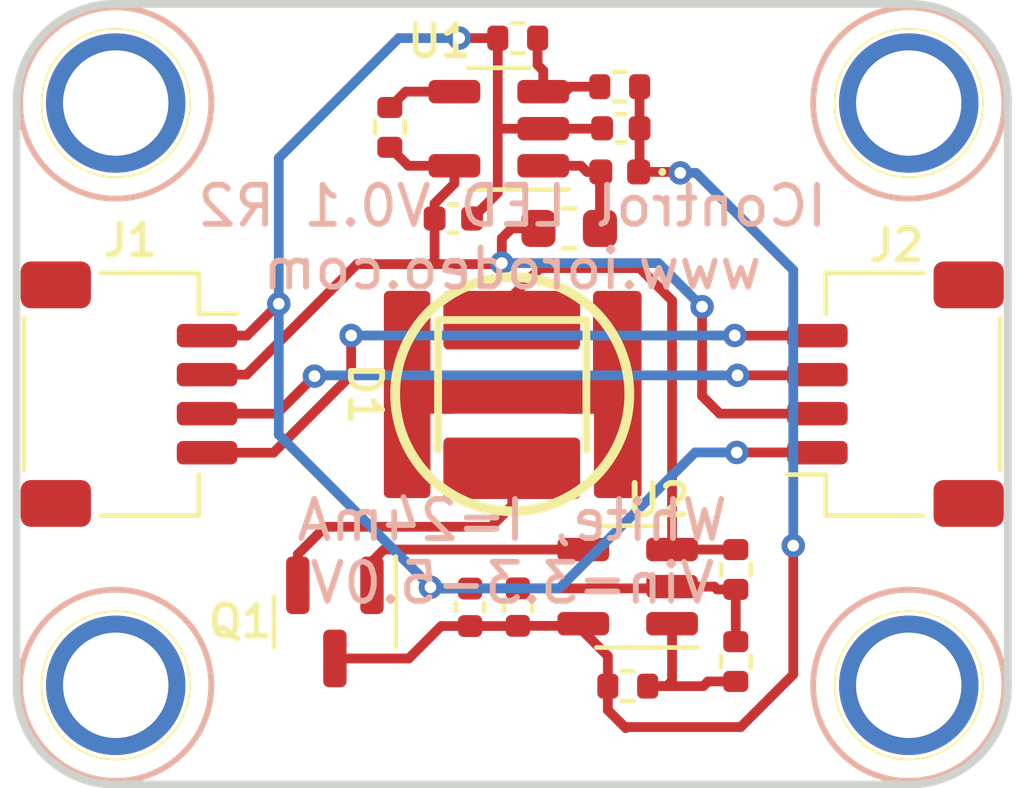
<source format=kicad_pcb>
(kicad_pcb (version 20221018) (generator pcbnew)
  (layers (0 "F.Cu" signal) (31 "B.Cu" signal) (34 "B.Paste" user) (35 "F.Paste" user) (36 "B.SilkS" user "B.Silkscreen") (37 "F.SilkS" user "F.Silkscreen") (38 "B.Mask" user) (39 "F.Mask" user) (44 "Edge.Cuts" user))
  (net 0 "")
  (net 1 "GND")
  (net 2 "/VIN")
  (net 3 "/10V")
  (net 4 "/SCL")
  (net 5 "/SDA")
  (net 6 "Net-(D2-A)")
  (net 7 "Net-(D1-K)")
  (net 8 "Net-(D1-A)")
  (net 9 "Net-(Q1-B)")
  (net 10 "/Vset")
  (net 11 "Net-(U1-~{SHDN})")
  (net 12 "Net-(U1-FB)")
  (net 13 "unconnected-(D1-PAD-Pad3)")
  (footprint "custom_mount_hole:MountingHole_2.5mm_Pad" (layer "F.Cu") (at 52.54 52.54)
    (fp_text reference "M1" hide)
    (fp_text value "MountingHole_2.5mm_Pad" hide)
    (fp_circle (center 0 0) (end 2.45 0) (stroke (width 0.15)) (fill none) (layer "B.SilkS"))
    (fp_circle (center 0 0) (end 1.9 0) (stroke (width 0.05)) (fill none) (layer "F.SilkS"))
    (fp_circle (center 0 0) (end 2.45 0) (stroke (width 0.15)) (fill none) (layer "F.SilkS"))
    (pad "~" thru_hole circle (at 0 0) (size 3.57 3.57) (drill 2.7) (layers "*.Cu" "*.Mask"))
  )
  (footprint "custom_mount_hole:MountingHole_2.5mm_Pad" (layer "F.Cu") (at 72.86 52.54)
    (fp_text reference "M2" hide)
    (fp_text value "MountingHole_2.5mm_Pad" hide)
    (fp_circle (center 0 0) (end 2.45 0) (stroke (width 0.15)) (fill none) (layer "B.SilkS"))
    (fp_circle (center 0 0) (end 1.9 0) (stroke (width 0.05)) (fill none) (layer "F.SilkS"))
    (fp_circle (center 0 0) (end 2.45 0) (stroke (width 0.15)) (fill none) (layer "F.SilkS"))
    (pad "~" thru_hole circle (at 0 0) (size 3.57 3.57) (drill 2.7) (layers "*.Cu" "*.Mask"))
  )
  (footprint "custom_mount_hole:MountingHole_2.5mm_Pad" (layer "F.Cu") (at 72.86 67.46)
    (fp_text reference "M3" hide)
    (fp_text value "MountingHole_2.5mm_Pad" hide)
    (fp_circle (center 0 0) (end 2.45 0) (stroke (width 0.15)) (fill none) (layer "B.SilkS"))
    (fp_circle (center 0 0) (end 1.9 0) (stroke (width 0.05)) (fill none) (layer "F.SilkS"))
    (fp_circle (center 0 0) (end 2.45 0) (stroke (width 0.15)) (fill none) (layer "F.SilkS"))
    (pad "~" thru_hole circle (at 0 0) (size 3.57 3.57) (drill 2.7) (layers "*.Cu" "*.Mask"))
  )
  (footprint "custom_mount_hole:MountingHole_2.5mm_Pad" (layer "F.Cu") (at 52.54 67.46)
    (fp_text reference "M4" hide)
    (fp_text value "MountingHole_2.5mm_Pad" hide)
    (fp_circle (center 0 0) (end 2.45 0) (stroke (width 0.15)) (fill none) (layer "B.SilkS"))
    (fp_circle (center 0 0) (end 1.9 0) (stroke (width 0.05)) (fill none) (layer "F.SilkS"))
    (fp_circle (center 0 0) (end 2.45 0) (stroke (width 0.15)) (fill none) (layer "F.SilkS"))
    (pad "~" thru_hole circle (at 0 0) (size 3.57 3.57) (drill 2.7) (layers "*.Cu" "*.Mask"))
  )
  (footprint "LED_1414:LED_1414" (layer "F.Cu") (at 62.7 60 -90)
    (fp_text reference "D1" (at -0.0052 3.772 -90 unlocked) (layer "F.SilkS") (effects (font (size 0.8 0.8))))
    (fp_text value "LED_Pad" hide)
    (fp_line (start -1.9 -1.9) (end -1.9 1.9) (stroke (width 0.2)) (layer "F.SilkS"))
    (fp_line (start -1.9 -1.9) (end 1.425 -1.9) (stroke (width 0.2)) (layer "F.SilkS"))
    (fp_line (start -1.9 1.9) (end 1.425 1.9) (stroke (width 0.2)) (layer "F.SilkS"))
    (pad "1" smd rect (at -1.425 0 270) (size 0.55 3.4) (layers "F.Cu" "F.Paste" "F.Mask") (net 7 "Net-(D1-K)"))
    (pad "2" smd rect (at 1.425 0 270) (size 0.55 3.4) (layers "F.Cu" "F.Paste" "F.Mask") (net 8 "Net-(D1-A)"))
    (pad "3" smd rect (at 0 0 270) (size 1 3.4) (layers "F.Cu" "F.Paste" "F.Mask") (net 13 "unconnected-(D1-PAD-Pad3)"))
  )
  (footprint "JST_SH_SM04B_custom:JST_SH_SM04B-SRSS-TB_1x04-1MP_P1.00mm_Horizontal" (layer "F.Cu") (at 52.88 60 -90)
    (fp_text reference "J1" (at -3.9422 -0.0298) (layer "F.SilkS") (effects (font (size 0.8 0.8))))
    (fp_text value "Conn_01x04" hide)
    (fp_line (start -3.11 -1.785) (end -2.06 -1.785) (stroke (width 0.12)) (layer "F.SilkS"))
    (fp_line (start -3.11 0.715) (end -3.11 -1.785) (stroke (width 0.12)) (layer "F.SilkS"))
    (fp_line (start -2.06 -1.785) (end -2.06 -2.775) (stroke (width 0.12)) (layer "F.SilkS"))
    (fp_line (start -1.94 2.685) (end 1.94 2.685) (stroke (width 0.12)) (layer "F.SilkS"))
    (fp_line (start 3.11 -1.785) (end 2.06 -1.785) (stroke (width 0.12)) (layer "F.SilkS"))
    (fp_line (start 3.11 0.715) (end 3.11 -1.785) (stroke (width 0.12)) (layer "F.SilkS"))
    (pad "1" smd roundrect (at -1.5 -2 270) (size 0.6 1.55) (layers "F.Cu" "F.Paste" "F.Mask") (net 1 "GND"))
    (pad "2" smd roundrect (at -0.5 -2 270) (size 0.6 1.55) (layers "F.Cu" "F.Paste" "F.Mask") (net 2 "/VIN"))
    (pad "3" smd roundrect (at 0.5 -2 270) (size 0.6 1.55) (layers "F.Cu" "F.Paste" "F.Mask") (net 5 "/SDA"))
    (pad "4" smd roundrect (at 1.5 -2 270) (size 0.6 1.55) (layers "F.Cu" "F.Paste" "F.Mask") (net 4 "/SCL"))
    (pad "MP" smd roundrect (at -2.8 1.875 270) (size 1.2 1.8) (layers "F.Cu" "F.Paste" "F.Mask") (roundrect_rratio 0.2083333333))
    (pad "MP" smd roundrect (at 2.8 1.875 270) (size 1.2 1.8) (layers "F.Cu" "F.Paste" "F.Mask") (roundrect_rratio 0.2083333333))
  )
  (footprint "JST_SH_SM04B_custom:JST_SH_SM04B-SRSS-TB_1x04-1MP_P1.00mm_Horizontal" (layer "F.Cu") (at 72.52 60 90)
    (fp_text reference "J2" (at 3.8152 0.0208 180) (layer "F.SilkS") (effects (font (size 0.8 0.8))))
    (fp_text value "Conn_01x04" hide)
    (fp_line (start -3.11 -1.785) (end -2.06 -1.785) (stroke (width 0.12)) (layer "F.SilkS"))
    (fp_line (start -3.11 0.715) (end -3.11 -1.785) (stroke (width 0.12)) (layer "F.SilkS"))
    (fp_line (start -2.06 -1.785) (end -2.06 -2.775) (stroke (width 0.12)) (layer "F.SilkS"))
    (fp_line (start -1.94 2.685) (end 1.94 2.685) (stroke (width 0.12)) (layer "F.SilkS"))
    (fp_line (start 3.11 -1.785) (end 2.06 -1.785) (stroke (width 0.12)) (layer "F.SilkS"))
    (fp_line (start 3.11 0.715) (end 3.11 -1.785) (stroke (width 0.12)) (layer "F.SilkS"))
    (pad "1" smd roundrect (at -1.5 -2 90) (size 0.6 1.55) (layers "F.Cu" "F.Paste" "F.Mask") (net 1 "GND"))
    (pad "2" smd roundrect (at -0.5 -2 90) (size 0.6 1.55) (layers "F.Cu" "F.Paste" "F.Mask") (net 2 "/VIN"))
    (pad "3" smd roundrect (at 0.5 -2 90) (size 0.6 1.55) (layers "F.Cu" "F.Paste" "F.Mask") (net 5 "/SDA"))
    (pad "4" smd roundrect (at 1.5 -2 90) (size 0.6 1.55) (layers "F.Cu" "F.Paste" "F.Mask") (net 4 "/SCL"))
    (pad "MP" smd roundrect (at -2.8 1.875 90) (size 1.2 1.8) (layers "F.Cu" "F.Paste" "F.Mask") (roundrect_rratio 0.2083333333))
    (pad "MP" smd roundrect (at 2.8 1.875 90) (size 1.2 1.8) (layers "F.Cu" "F.Paste" "F.Mask") (roundrect_rratio 0.2083333333))
  )
  (footprint "Resistor_SMD:R_0402_1005Metric" (layer "F.Cu") (at 68.4276 64.4926 -90)
    (fp_text reference "R1" hide)
    (fp_text value "10" hide)
    (fp_line (start -0.153641 -0.38) (end 0.153641 -0.38) (stroke (width 0.12)) (layer "F.SilkS"))
    (fp_line (start -0.153641 0.38) (end 0.153641 0.38) (stroke (width 0.12)) (layer "F.SilkS"))
    (pad "1" smd roundrect (at -0.51 0 270) (size 0.54 0.64) (layers "F.Cu" "F.Paste" "F.Mask") (net 7 "Net-(D1-K)"))
    (pad "2" smd roundrect (at 0.51 0 270) (size 0.54 0.64) (layers "F.Cu" "F.Paste" "F.Mask") (net 1 "GND"))
  )
  (footprint "Resistor_SMD:R_0402_1005Metric" (layer "F.Cu") (at 62.8396 50.8762 180)
    (fp_text reference "R6" hide)
    (fp_text value "2k" hide)
    (fp_line (start -0.153641 -0.38) (end 0.153641 -0.38) (stroke (width 0.12)) (layer "F.SilkS"))
    (fp_line (start -0.153641 0.38) (end 0.153641 0.38) (stroke (width 0.12)) (layer "F.SilkS"))
    (pad "1" smd roundrect (at -0.51 0 180) (size 0.54 0.64) (layers "F.Cu" "F.Paste" "F.Mask") (net 12 "Net-(U1-FB)"))
    (pad "2" smd roundrect (at 0.51 0 180) (size 0.54 0.64) (layers "F.Cu" "F.Paste" "F.Mask") (net 1 "GND"))
  )
  (footprint "Resistor_SMD:R_0402_1005Metric" (layer "F.Cu") (at 59.563 53.1642 90)
    (fp_text reference "R4" hide)
    (fp_text value "14k" hide)
    (fp_line (start -0.153641 -0.38) (end 0.153641 -0.38) (stroke (width 0.12)) (layer "F.SilkS"))
    (fp_line (start -0.153641 0.38) (end 0.153641 0.38) (stroke (width 0.12)) (layer "F.SilkS"))
    (pad "1" smd roundrect (at -0.51 0 90) (size 0.54 0.64) (layers "F.Cu" "F.Paste" "F.Mask") (net 2 "/VIN"))
    (pad "2" smd roundrect (at 0.51 0 90) (size 0.54 0.64) (layers "F.Cu" "F.Paste" "F.Mask") (net 11 "Net-(U1-~{SHDN})"))
  )
  (footprint "Package_TO_SOT_SMD:SOT-23-5" (layer "F.Cu") (at 65.6577 64.931 180)
    (fp_text reference "U2" (at -0.7887 2.2184) (layer "F.SilkS") (effects (font (size 0.8 0.8) (thickness 0.15) bold)))
    (fp_text value "LMV321")
    (fp_line (start 0 -1.56) (end -1.8 -1.56) (stroke (width 0.12)) (layer "F.SilkS"))
    (fp_line (start 0 -1.56) (end 0.8 -1.56) (stroke (width 0.12)) (layer "F.SilkS"))
    (fp_line (start 0 1.56) (end -0.8 1.56) (stroke (width 0.12)) (layer "F.SilkS"))
    (fp_line (start 0 1.56) (end 0.8 1.56) (stroke (width 0.12)) (layer "F.SilkS"))
    (pad "1" smd roundrect (at -1.1375 -0.95 180) (size 1.325 0.6) (layers "F.Cu" "F.Paste" "F.Mask") (net 10 "/Vset"))
    (pad "2" smd roundrect (at -1.1375 0 180) (size 1.325 0.6) (layers "F.Cu" "F.Paste" "F.Mask") (net 1 "GND"))
    (pad "3" smd roundrect (at -1.1375 0.95 180) (size 1.325 0.6) (layers "F.Cu" "F.Paste" "F.Mask") (net 7 "Net-(D1-K)"))
    (pad "4" smd roundrect (at 1.1375 0.95 180) (size 1.325 0.6) (layers "F.Cu" "F.Paste" "F.Mask") (net 9 "Net-(Q1-B)"))
    (pad "5" smd roundrect (at 1.1375 -0.95 180) (size 1.325 0.6) (layers "F.Cu" "F.Paste" "F.Mask") (net 3 "/10V"))
  )
  (footprint "Capacitor_SMD:C_0402_1005Metric" (layer "F.Cu") (at 62.8452 65.456 90)
    (fp_text reference "C3" hide)
    (fp_text value "0.1uF" hide)
    (fp_line (start -0.107836 -0.36) (end 0.107836 -0.36) (stroke (width 0.12)) (layer "F.SilkS"))
    (fp_line (start -0.107836 0.36) (end 0.107836 0.36) (stroke (width 0.12)) (layer "F.SilkS"))
    (pad "1" smd roundrect (at -0.48 0 90) (size 0.56 0.62) (layers "F.Cu" "F.Paste" "F.Mask") (net 3 "/10V"))
    (pad "2" smd roundrect (at 0.48 0 90) (size 0.56 0.62) (layers "F.Cu" "F.Paste" "F.Mask") (net 1 "GND"))
  )
  (footprint "Resistor_SMD:R_0402_1005Metric" (layer "F.Cu") (at 68.4276 66.8508 90)
    (fp_text reference "R3" hide)
    (fp_text value "590" hide)
    (fp_line (start -0.153641 -0.38) (end 0.153641 -0.38) (stroke (width 0.12)) (layer "F.SilkS"))
    (fp_line (start -0.153641 0.38) (end 0.153641 0.38) (stroke (width 0.12)) (layer "F.SilkS"))
    (pad "1" smd roundrect (at -0.51 0 90) (size 0.54 0.64) (layers "F.Cu" "F.Paste" "F.Mask") (net 10 "/Vset"))
    (pad "2" smd roundrect (at 0.51 0 90) (size 0.54 0.64) (layers "F.Cu" "F.Paste" "F.Mask") (net 1 "GND"))
  )
  (footprint "Inductor_SMD:L_0603_1608Metric" (layer "F.Cu") (at 64.1604 55.753)
    (fp_text reference "L1" hide)
    (fp_text value "22uF" hide)
    (fp_line (start -0.162779 -0.51) (end 0.162779 -0.51) (stroke (width 0.12)) (layer "F.SilkS"))
    (fp_line (start -0.162779 0.51) (end 0.162779 0.51) (stroke (width 0.12)) (layer "F.SilkS"))
    (pad "1" smd roundrect (at -0.7875 0) (size 0.875 0.95) (layers "F.Cu" "F.Paste" "F.Mask") (net 2 "/VIN"))
    (pad "2" smd roundrect (at 0.7875 0) (size 0.875 0.95) (layers "F.Cu" "F.Paste" "F.Mask") (net 6 "Net-(D2-A)"))
  )
  (footprint "Resistor_SMD:R_0402_1005Metric" (layer "F.Cu") (at 65.6602 67.481)
    (fp_text reference "R2" hide)
    (fp_text value "24k" hide)
    (fp_line (start -0.153641 -0.38) (end 0.153641 -0.38) (stroke (width 0.12)) (layer "F.SilkS"))
    (fp_line (start -0.153641 0.38) (end 0.153641 0.38) (stroke (width 0.12)) (layer "F.SilkS"))
    (pad "1" smd roundrect (at -0.51 0) (size 0.54 0.64) (layers "F.Cu" "F.Paste" "F.Mask") (net 3 "/10V"))
    (pad "2" smd roundrect (at 0.51 0) (size 0.54 0.64) (layers "F.Cu" "F.Paste" "F.Mask") (net 10 "/Vset"))
  )
  (footprint "Capacitor_SMD:C_0402_1005Metric" (layer "F.Cu") (at 61.1912 55.499 180)
    (fp_text reference "C1" hide)
    (fp_text value "1uF" hide)
    (fp_line (start -0.107836 -0.36) (end 0.107836 -0.36) (stroke (width 0.12)) (layer "F.SilkS"))
    (fp_line (start -0.107836 0.36) (end 0.107836 0.36) (stroke (width 0.12)) (layer "F.SilkS"))
    (pad "1" smd roundrect (at -0.48 0 180) (size 0.56 0.62) (layers "F.Cu" "F.Paste" "F.Mask") (net 1 "GND"))
    (pad "2" smd roundrect (at 0.48 0 180) (size 0.56 0.62) (layers "F.Cu" "F.Paste" "F.Mask") (net 2 "/VIN"))
  )
  (footprint "Capacitor_SMD:C_0402_1005Metric" (layer "F.Cu") (at 61.6202 65.461 90)
    (fp_text reference "C4" hide)
    (fp_text value "1uF" hide)
    (fp_line (start -0.107836 -0.36) (end 0.107836 -0.36) (stroke (width 0.12)) (layer "F.SilkS"))
    (fp_line (start -0.107836 0.36) (end 0.107836 0.36) (stroke (width 0.12)) (layer "F.SilkS"))
    (pad "1" smd roundrect (at -0.48 0 90) (size 0.56 0.62) (layers "F.Cu" "F.Paste" "F.Mask") (net 3 "/10V"))
    (pad "2" smd roundrect (at 0.48 0 90) (size 0.56 0.62) (layers "F.Cu" "F.Paste" "F.Mask") (net 1 "GND"))
  )
  (footprint "Capacitor_SMD:C_0402_1005Metric" (layer "F.Cu") (at 65.4838 53.1876)
    (fp_text reference "C2" hide)
    (fp_text value "1uF" hide)
    (fp_line (start -0.107836 -0.36) (end 0.107836 -0.36) (stroke (width 0.12)) (layer "F.SilkS"))
    (fp_line (start -0.107836 0.36) (end 0.107836 0.36) (stroke (width 0.12)) (layer "F.SilkS"))
    (pad "1" smd roundrect (at -0.48 0) (size 0.56 0.62) (layers "F.Cu" "F.Paste" "F.Mask") (net 1 "GND"))
    (pad "2" smd roundrect (at 0.48 0) (size 0.56 0.62) (layers "F.Cu" "F.Paste" "F.Mask") (net 3 "/10V"))
  )
  (footprint "Package_TO_SOT_SMD:SOT-23" (layer "F.Cu") (at 58.1558 65.8345 -90)
    (fp_text reference "Q1" (at -0.0125 2.425 -180) (layer "F.SilkS") (effects (font (size 0.8 0.8) (thickness 0.15) bold)))
    (fp_text value "MMBT5551L" hide)
    (fp_line (start 0 -1.56) (end -1.675 -1.56) (stroke (width 0.12)) (layer "F.SilkS"))
    (fp_line (start 0 -1.56) (end 0.65 -1.56) (stroke (width 0.12)) (layer "F.SilkS"))
    (fp_line (start 0 1.56) (end -0.65 1.56) (stroke (width 0.12)) (layer "F.SilkS"))
    (fp_line (start 0 1.56) (end 0.65 1.56) (stroke (width 0.12)) (layer "F.SilkS"))
    (pad "1" smd roundrect (at -0.9375 -0.95 270) (size 1.475 0.6) (layers "F.Cu" "F.Paste" "F.Mask") (net 9 "Net-(Q1-B)"))
    (pad "2" smd roundrect (at -0.9375 0.95 270) (size 1.475 0.6) (layers "F.Cu" "F.Paste" "F.Mask") (net 8 "Net-(D1-A)"))
    (pad "3" smd roundrect (at 0.9375 0 270) (size 1.475 0.6) (layers "F.Cu" "F.Paste" "F.Mask") (net 3 "/10V"))
  )
  (footprint "Diode_SMD:D_0402_1005Metric" (layer "F.Cu") (at 65.4542 54.3052 180)
    (fp_text reference "D2" hide)
    (fp_text value "D_Schottky" hide)
    (fp_circle (center -1.09 0) (end -1.04 0) (stroke (width 0.1)) (fill none) (layer "F.SilkS"))
    (pad "1" smd roundrect (at -0.485 0 180) (size 0.59 0.64) (layers "F.Cu" "F.Paste" "F.Mask") (net 3 "/10V"))
    (pad "2" smd roundrect (at 0.485 0 180) (size 0.59 0.64) (layers "F.Cu" "F.Paste" "F.Mask") (net 6 "Net-(D2-A)"))
  )
  (footprint "Resistor_SMD:R_0402_1005Metric" (layer "F.Cu") (at 65.4538 52.1208 180)
    (fp_text reference "R5" hide)
    (fp_text value "14k" hide)
    (fp_line (start -0.153641 -0.38) (end 0.153641 -0.38) (stroke (width 0.12)) (layer "F.SilkS"))
    (fp_line (start -0.153641 0.38) (end 0.153641 0.38) (stroke (width 0.12)) (layer "F.SilkS"))
    (pad "1" smd roundrect (at -0.51 0 180) (size 0.54 0.64) (layers "F.Cu" "F.Paste" "F.Mask") (net 3 "/10V"))
    (pad "2" smd roundrect (at 0.51 0 180) (size 0.54 0.64) (layers "F.Cu" "F.Paste" "F.Mask") (net 12 "Net-(U1-FB)"))
  )
  (footprint "Package_TO_SOT_SMD:SOT-23-5" (layer "F.Cu") (at 62.3565 53.1978 180)
    (fp_text reference "U1" (at 1.5235 2.2454 180) (layer "F.SilkS") (effects (font (size 0.8 0.8))))
    (fp_text value "AP3012" hide)
    (fp_line (start 0 -1.56) (end -1.8 -1.56) (stroke (width 0.12)) (layer "F.SilkS"))
    (fp_line (start 0 -1.56) (end 0.8 -1.56) (stroke (width 0.12)) (layer "F.SilkS"))
    (fp_line (start 0 1.56) (end -0.8 1.56) (stroke (width 0.12)) (layer "F.SilkS"))
    (fp_line (start 0 1.56) (end 0.8 1.56) (stroke (width 0.12)) (layer "F.SilkS"))
    (pad "1" smd roundrect (at -1.1375 -0.95 180) (size 1.325 0.6) (layers "F.Cu" "F.Paste" "F.Mask") (net 6 "Net-(D2-A)"))
    (pad "2" smd roundrect (at -1.1375 0 180) (size 1.325 0.6) (layers "F.Cu" "F.Paste" "F.Mask") (net 1 "GND"))
    (pad "3" smd roundrect (at -1.1375 0.95 180) (size 1.325 0.6) (layers "F.Cu" "F.Paste" "F.Mask") (net 12 "Net-(U1-FB)"))
    (pad "4" smd roundrect (at 1.1375 0.95 180) (size 1.325 0.6) (layers "F.Cu" "F.Paste" "F.Mask") (net 11 "Net-(U1-~{SHDN})"))
    (pad "5" smd roundrect (at 1.1375 -0.95 180) (size 1.325 0.6) (layers "F.Cu" "F.Paste" "F.Mask") (net 2 "/VIN"))
  )
  (gr_circle (center 62.7 60) (end 65.7 60) (stroke (width 0.25)) (fill none) (layer "F.SilkS"))
  (gr_arc (start 72.9 50) (mid 74.667767 50.732233) (end 75.4 52.5) (stroke (width 0.2)) (layer "Edge.Cuts"))
  (gr_arc (start 52.5 70) (mid 50.732233 69.267767) (end 50 67.5) (stroke (width 0.2)) (layer "Edge.Cuts"))
  (gr_line (start 52.5 50) (end 72.9 50) (stroke (width 0.2)) (layer "Edge.Cuts"))
  (gr_arc (start 50 52.5) (mid 50.732233 50.732233) (end 52.5 50) (stroke (width 0.2)) (layer "Edge.Cuts"))
  (gr_arc (start 75.4 67.5) (mid 74.667767 69.267767) (end 72.9 70) (stroke (width 0.2)) (layer "Edge.Cuts"))
  (gr_line (start 50 52.5) (end 50 67.5) (stroke (width 0.2)) (layer "Edge.Cuts"))
  (gr_line (start 52.5 70) (end 72.9 70) (stroke (width 0.2)) (layer "Edge.Cuts"))
  (gr_line (start 75.4 52.5) (end 75.4 67.5) (stroke (width 0.2)) (layer "Edge.Cuts"))
  (gr_text "IControl LED V0.1 R2\nwww.iorodeo.com\n\n\n\nWhite, I=24mA\nVin=3.3-5.0V" (at 62.7 60.01) (layer "B.SilkS") (effects (font (size 1 1)) (justify mirror)))
  (segment (start 62.3296 54.8406) (end 61.6712 55.499) (width 0.25) (layer "F.Cu") (net 1))
  (segment (start 68.4276 65.0026) (end 68.4276 66.3408) (width 0.25) (layer "F.Cu") (net 1))
  (segment (start 60.6376 64.981) (end 61.6202 64.981) (width 0.25) (layer "F.Cu") (net 1))
  (segment (start 62.8452 64.976) (end 61.6252 64.976) (width 0.25) (layer "F.Cu") (net 1))
  (segment (start 68.4276 65.0026) (end 67.949 65.0026) (width 0.25) (layer "F.Cu") (net 1))
  (segment (start 70.3134 61.4934) (end 70.32 61.5) (width 0.25) (layer "F.Cu") (net 1))
  (segment (start 62.8452 64.976) (end 63.9452 64.976) (width 0.25) (layer "F.Cu") (net 1))
  (segment (start 67.949 65.0026) (end 67.8774 64.931) (width 0.25) (layer "F.Cu") (net 1))
  (segment (start 68.453 61.4934) (end 70.4134 61.4934) (width 0.25) (layer "F.Cu") (net 1))
  (segment (start 62.3296 53.1876) (end 62.3296 54.8406) (width 0.25) (layer "F.Cu") (net 1))
  (segment (start 62.3296 50.8762) (end 62.3296 53.1876) (width 0.25) (layer "F.Cu") (net 1))
  (segment (start 70.4134 61.4934) (end 70.42 61.5) (width 0.25) (layer "F.Cu") (net 1))
  (segment (start 64.9936 53.1978) (end 65.0038 53.1876) (width 0.25) (layer "F.Cu") (net 1))
  (segment (start 70.7684 61.4934) (end 70.775 61.5) (width 0.25) (layer "F.Cu") (net 1))
  (segment (start 62.3398 53.1978) (end 62.3296 53.1876) (width 0.25) (layer "F.Cu") (net 1))
  (segment (start 70.3634 61.4934) (end 70.37 61.5) (width 0.25) (layer "F.Cu") (net 1))
  (segment (start 66.7502 64.976) (end 66.7952 64.931) (width 0.25) (layer "F.Cu") (net 1))
  (segment (start 55.9016 58.5) (end 54.98 58.5) (width 0.25) (layer "F.Cu") (net 1))
  (segment (start 67.8774 64.931) (end 66.7952 64.931) (width 0.25) (layer "F.Cu") (net 1))
  (segment (start 56.7182 57.6834) (end 55.9016 58.5) (width 0.25) (layer "F.Cu") (net 1))
  (segment (start 63.9452 64.976) (end 66.7502 64.976) (width 0.25) (layer "F.Cu") (net 1))
  (segment (start 63.494 53.1978) (end 64.9936 53.1978) (width 0.25) (layer "F.Cu") (net 1))
  (segment (start 61.341 50.8762) (end 62.3296 50.8762) (width 0.25) (layer "F.Cu") (net 1))
  (segment (start 60.6044 64.9478) (end 60.6376 64.981) (width 0.25) (layer "F.Cu") (net 1))
  (segment (start 61.6252 64.976) (end 61.6202 64.981) (width 0.25) (layer "F.Cu") (net 1))
  (segment (start 63.494 53.1978) (end 62.3398 53.1978) (width 0.25) (layer "F.Cu") (net 1))
  (via (at 60.6044 64.9478) (size 0.6) (drill 0.3) (layers "F.Cu" "B.Cu") (net 1))
  (via (at 56.7182 57.6834) (size 0.6) (drill 0.3) (layers "F.Cu" "B.Cu") (net 1))
  (via (at 61.341 50.8762) (size 0.6) (drill 0.3) (layers "F.Cu" "B.Cu") (net 1))
  (via (at 68.453 61.4934) (size 0.6) (drill 0.3) (layers "F.Cu" "B.Cu") (net 1))
  (segment (start 60.6298 64.9732) (end 63.9064 64.9732) (width 0.25) (layer "B.Cu") (net 1))
  (segment (start 56.7182 57.6834) (end 56.7182 61.0362) (width 0.25) (layer "B.Cu") (net 1))
  (segment (start 56.7182 61.0362) (end 60.6044 64.9224) (width 0.25) (layer "B.Cu") (net 1))
  (segment (start 60.6044 64.9478) (end 60.6298 64.9732) (width 0.25) (layer "B.Cu") (net 1))
  (segment (start 56.7182 53.9496) (end 59.7916 50.8762) (width 0.25) (layer "B.Cu") (net 1))
  (segment (start 60.6044 64.9224) (end 60.6044 64.9478) (width 0.25) (layer "B.Cu") (net 1))
  (segment (start 59.7916 50.8762) (end 61.341 50.8762) (width 0.25) (layer "B.Cu") (net 1))
  (segment (start 63.9064 64.9732) (end 67.3862 61.4934) (width 0.25) (layer "B.Cu") (net 1))
  (segment (start 56.7182 57.6834) (end 56.7182 53.9496) (width 0.25) (layer "B.Cu") (net 1))
  (segment (start 67.3862 61.4934) (end 68.453 61.4934) (width 0.25) (layer "B.Cu") (net 1))
  (segment (start 60.0366 54.1478) (end 59.563 53.6742) (width 0.25) (layer "F.Cu") (net 2))
  (segment (start 67.564 57.758204) (end 67.564 60.0456) (width 0.25) (layer "F.Cu") (net 2))
  (segment (start 61.219 54.605) (end 60.7112 55.1128) (width 0.25) (layer "F.Cu") (net 2))
  (segment (start 62.4078 56.6674) (end 62.4332 56.642) (width 0.25) (layer "F.Cu") (net 2))
  (segment (start 58.7248 56.6674) (end 60.706 56.6674) (width 0.25) (layer "F.Cu") (net 2))
  (segment (start 68.0184 60.5) (end 70.42 60.5) (width 0.25) (layer "F.Cu") (net 2))
  (segment (start 60.706 56.6674) (end 62.4078 56.6674) (width 0.25) (layer "F.Cu") (net 2))
  (segment (start 62.6872 55.753) (end 63.3729 55.753) (width 0.25) (layer "F.Cu") (net 2))
  (segment (start 61.219 54.1478) (end 61.219 54.605) (width 0.25) (layer "F.Cu") (net 2))
  (segment (start 61.219 54.1478) (end 60.0366 54.1478) (width 0.25) (layer "F.Cu") (net 2))
  (segment (start 60.7112 56.6622) (end 60.706 56.6674) (width 0.25) (layer "F.Cu") (net 2))
  (segment (start 67.564 60.0456) (end 68.0184 60.5) (width 0.25) (layer "F.Cu") (net 2))
  (segment (start 62.4332 56.007) (end 62.4332 56.642) (width 0.25) (layer "F.Cu") (net 2))
  (segment (start 54.88 59.5) (end 55.8922 59.5) (width 0.25) (layer "F.Cu") (net 2))
  (segment (start 62.6872 55.753) (end 62.4332 56.007) (width 0.25) (layer "F.Cu") (net 2))
  (segment (start 60.7112 55.499) (end 60.7112 56.6622) (width 0.25) (layer "F.Cu") (net 2))
  (segment (start 60.7112 55.1128) (end 60.7112 55.499) (width 0.25) (layer "F.Cu") (net 2))
  (segment (start 55.8922 59.5) (end 58.7248 56.6674) (width 0.25) (layer "F.Cu") (net 2))
  (via (at 67.564 57.758204) (size 0.6) (drill 0.3) (layers "F.Cu" "B.Cu") (net 2))
  (via (at 62.4332 56.642) (size 0.6) (drill 0.3) (layers "F.Cu" "B.Cu") (net 2))
  (segment (start 66.447796 56.642) (end 67.564 57.758204) (width 0.25) (layer "B.Cu") (net 2))
  (segment (start 62.4332 56.642) (end 66.447796 56.642) (width 0.25) (layer "B.Cu") (net 2))
  (segment (start 64.5202 65.881) (end 64.5202 66.081) (width 0.25) (layer "F.Cu") (net 3))
  (segment (start 62.8402 65.941) (end 62.8452 65.936) (width 0.25) (layer "F.Cu") (net 3))
  (segment (start 63.5452 65.936) (end 64.4652 65.936) (width 0.25) (layer "F.Cu") (net 3))
  (segment (start 65.6082 68.5546) (end 65.1502 68.0966) (width 0.25) (layer "F.Cu") (net 3))
  (segment (start 65.9392 54.3052) (end 66.9798 54.3052) (width 0.25) (layer "F.Cu") (net 3))
  (segment (start 65.9638 52.1208) (end 65.9638 53.1876) (width 0.25) (layer "F.Cu") (net 3))
  (segment (start 58.1558 66.772) (end 60.0502 66.772) (width 0.25) (layer "F.Cu") (net 3))
  (segment (start 62.8452 65.936) (end 63.5452 65.936) (width 0.25) (layer "F.Cu") (net 3))
  (segment (start 60.8812 65.941) (end 61.6202 65.941) (width 0.25) (layer "F.Cu") (net 3))
  (segment (start 68.5546 68.5292) (end 65.6336 68.5292) (width 0.25) (layer "F.Cu") (net 3))
  (segment (start 66.9798 54.3052) (end 67.0052 54.3306) (width 0.25) (layer "F.Cu") (net 3))
  (segment (start 65.1502 66.711) (end 65.1502 67.481) (width 0.25) (layer "F.Cu") (net 3))
  (segment (start 65.9638 53.1876) (end 65.9638 54.2806) (width 0.25) (layer "F.Cu") (net 3))
  (segment (start 64.5202 66.081) (end 65.1502 66.711) (width 0.25) (layer "F.Cu") (net 3))
  (segment (start 61.6202 65.941) (end 62.8402 65.941) (width 0.25) (layer "F.Cu") (net 3))
  (segment (start 65.6336 68.5292) (end 65.6082 68.5546) (width 0.25) (layer "F.Cu") (net 3))
  (segment (start 69.9008 67.183) (end 68.5546 68.5292) (width 0.25) (layer "F.Cu") (net 3))
  (segment (start 65.9638 54.2044) (end 65.9392 54.229) (width 0.25) (layer "F.Cu") (net 3))
  (segment (start 69.9008 63.881) (end 69.9008 67.183) (width 0.25) (layer "F.Cu") (net 3))
  (segment (start 60.0502 66.772) (end 60.8812 65.941) (width 0.25) (layer "F.Cu") (net 3))
  (segment (start 65.1502 68.0966) (end 65.1502 67.481) (width 0.25) (layer "F.Cu") (net 3))
  (segment (start 64.4652 65.936) (end 64.5202 65.881) (width 0.25) (layer "F.Cu") (net 3))
  (via (at 69.9008 63.881) (size 0.6) (drill 0.3) (layers "F.Cu" "B.Cu") (net 3))
  (via (at 67.0052 54.3306) (size 0.6) (drill 0.3) (layers "F.Cu" "B.Cu") (net 3))
  (segment (start 67.4116 54.3306) (end 69.9008 56.8198) (width 0.25) (layer "B.Cu") (net 3))
  (segment (start 69.9008 56.8198) (end 69.9008 63.881) (width 0.25) (layer "B.Cu") (net 3))
  (segment (start 67.0052 54.3306) (end 67.4116 54.3306) (width 0.25) (layer "B.Cu") (net 3))
  (segment (start 70.52 58.5) (end 68.406 58.5) (width 0.25) (layer "F.Cu") (net 4))
  (segment (start 56.5846 61.5) (end 54.98 61.5) (width 0.25) (layer "F.Cu") (net 4))
  (segment (start 68.406 58.5) (end 68.4022 58.4962) (width 0.25) (layer "F.Cu") (net 4))
  (segment (start 58.5724 58.4962) (end 58.5724 59.5122) (width 0.25) (layer "F.Cu") (net 4))
  (segment (start 70.36 58.49) (end 70.37 58.5) (width 0.25) (layer "F.Cu") (net 4))
  (segment (start 58.5724 59.5122) (end 56.5846 61.5) (width 0.25) (layer "F.Cu") (net 4))
  (segment (start 70.31 58.49) (end 70.32 58.5) (width 0.25) (layer "F.Cu") (net 4))
  (via (at 68.4022 58.4962) (size 0.6) (drill 0.3) (layers "F.Cu" "B.Cu") (net 4))
  (via (at 58.5724 58.4962) (size 0.6) (drill 0.3) (layers "F.Cu" "B.Cu") (net 4))
  (segment (start 58.5724 58.4962) (end 68.4022 58.4962) (width 0.25) (layer "B.Cu") (net 4))
  (segment (start 68.472931 59.517669) (end 70.402331 59.517669) (width 0.25) (layer "F.Cu") (net 5))
  (segment (start 68.472931 59.517669) (end 68.4906 59.5) (width 0.25) (layer "F.Cu") (net 5))
  (segment (start 70.402331 59.517669) (end 70.42 59.5) (width 0.25) (layer "F.Cu") (net 5))
  (segment (start 68.472931 59.517669) (end 68.455262 59.5) (width 0.25) (layer "F.Cu") (net 5))
  (segment (start 70.352331 59.517669) (end 70.37 59.5) (width 0.25) (layer "F.Cu") (net 5))
  (segment (start 57.6326 59.5376) (end 56.6702 60.5) (width 0.25) (layer "F.Cu") (net 5))
  (segment (start 56.6702 60.5) (end 54.98 60.5) (width 0.25) (layer "F.Cu") (net 5))
  (via (at 57.6326 59.5376) (size 0.6) (drill 0.3) (layers "F.Cu" "B.Cu") (net 5))
  (via (at 68.472931 59.517669) (size 0.6) (drill 0.3) (layers "F.Cu" "B.Cu") (net 5))
  (segment (start 57.652531 59.517669) (end 68.472931 59.517669) (width 0.25) (layer "B.Cu") (net 5))
  (segment (start 57.6326 59.5376) (end 57.652531 59.517669) (width 0.25) (layer "B.Cu") (net 5))
  (segment (start 64.9692 54.3052) (end 64.6176 54.3052) (width 0.25) (layer "F.Cu") (net 6))
  (segment (start 64.6176 54.3052) (end 64.4602 54.1478) (width 0.25) (layer "F.Cu") (net 6))
  (segment (start 64.9479 55.753) (end 64.9479 54.3265) (width 0.25) (layer "F.Cu") (net 6))
  (segment (start 64.9479 54.3265) (end 64.9692 54.3052) (width 0.25) (layer "F.Cu") (net 6))
  (segment (start 64.4602 54.1478) (end 63.494 54.1478) (width 0.25) (layer "F.Cu") (net 6))
  (segment (start 62.7 57.4856) (end 63.4166 56.769) (width 0.25) (layer "F.Cu") (net 7))
  (segment (start 68.426 63.981) (end 68.4276 63.9826) (width 0.25) (layer "F.Cu") (net 7))
  (segment (start 66.7952 57.6004) (end 66.7952 63.981) (width 0.25) (layer "F.Cu") (net 7))
  (segment (start 63.4166 56.769) (end 65.9638 56.769) (width 0.25) (layer "F.Cu") (net 7))
  (segment (start 65.9638 56.769) (end 66.7952 57.6004) (width 0.25) (layer "F.Cu") (net 7))
  (segment (start 62.7 58.575) (end 62.7 57.4856) (width 0.25) (layer "F.Cu") (net 7))
  (segment (start 66.7952 63.981) (end 68.426 63.981) (width 0.25) (layer "F.Cu") (net 7))
  (segment (start 57.2058 64.897) (end 57.2058 64.1046) (width 0.25) (layer "F.Cu") (net 8))
  (segment (start 62.7 62.8522) (end 62.7 61.425) (width 0.25) (layer "F.Cu") (net 8))
  (segment (start 57.912 63.3984) (end 62.1538 63.3984) (width 0.25) (layer "F.Cu") (net 8))
  (segment (start 57.2058 64.1046) (end 57.912 63.3984) (width 0.25) (layer "F.Cu") (net 8))
  (segment (start 62.1538 63.3984) (end 62.7 62.8522) (width 0.25) (layer "F.Cu") (net 8))
  (segment (start 59.4122 63.981) (end 64.5202 63.981) (width 0.25) (layer "F.Cu") (net 9))
  (segment (start 59.1058 64.2874) (end 59.4122 63.981) (width 0.25) (layer "F.Cu") (net 9))
  (segment (start 59.1058 64.897) (end 59.1058 64.2874) (width 0.25) (layer "F.Cu") (net 9))
  (segment (start 66.7952 67.346) (end 66.6602 67.481) (width 0.25) (layer "F.Cu") (net 10))
  (segment (start 67.7164 67.3608) (end 68.4276 67.3608) (width 0.25) (layer "F.Cu") (net 10))
  (segment (start 66.7952 65.881) (end 66.7952 67.196) (width 0.25) (layer "F.Cu") (net 10))
  (segment (start 66.5226 67.481) (end 67.5962 67.481) (width 0.25) (layer "F.Cu") (net 10))
  (segment (start 66.5226 67.481) (end 66.1702 67.481) (width 0.25) (layer "F.Cu") (net 10))
  (segment (start 66.7952 67.196) (end 66.7952 67.346) (width 0.25) (layer "F.Cu") (net 10))
  (segment (start 66.6602 67.481) (end 66.5226 67.481) (width 0.25) (layer "F.Cu") (net 10))
  (segment (start 67.5962 67.481) (end 67.7164 67.3608) (width 0.25) (layer "F.Cu") (net 10))
  (segment (start 59.9694 52.2478) (end 61.219 52.2478) (width 0.25) (layer "F.Cu") (net 11))
  (segment (start 59.563 52.6542) (end 59.9694 52.2478) (width 0.25) (layer "F.Cu") (net 11))
  (segment (start 64.1858 52.1208) (end 64.9438 52.1208) (width 0.25) (layer "F.Cu") (net 12))
  (segment (start 64.9732 52.0914) (end 64.9438 52.1208) (width 0.25) (layer "F.Cu") (net 12))
  (segment (start 63.3496 51.564) (end 63.3496 50.8762) (width 0.25) (layer "F.Cu") (net 12))
  (segment (start 63.494 51.7084) (end 63.3496 51.564) (width 0.25) (layer "F.Cu") (net 12))
  (segment (start 64.0588 52.2478) (end 64.1858 52.1208) (width 0.25) (layer "F.Cu") (net 12))
  (segment (start 63.494 52.2478) (end 64.0588 52.2478) (width 0.25) (layer "F.Cu") (net 12))
  (segment (start 63.494 52.2478) (end 63.494 51.7084) (width 0.25) (layer "F.Cu") (net 12))
  (zone (net 8) (net_name "Net-(D1-A)") (layer "F.Cu") (priority 1) (connect_pads yes (clearance 0.3)) (min_thickness 0.25) (fill yes (thermal_gap 0.5) (thermal_bridge_width 0.5))
    (polygon (pts (xy 60.9346 62.6872) (xy 64.4398 62.6872) (xy 64.4398 61.1124) (xy 60.9346 61.1124)))
  )
  (zone (net 7) (net_name "Net-(D1-K)") (layer "F.Cu") (connect_pads yes (clearance 0.3)) (min_thickness 0.25) (fill yes (thermal_gap 0.5) (thermal_bridge_width 0.5))
    (polygon (pts (xy 60.9346 58.293) (xy 60.9346 57.3532) (xy 64.4398 57.3532) (xy 64.4398 58.8518) (xy 60.9346 58.8518) (xy 60.9346 58.293)))
  )
  (zone (net 13) (net_name "unconnected-(D1-PAD-Pad3)") (layer "F.Cu") (priority 2) (connect_pads yes (clearance 0.3)) (min_thickness 0.25) (fill yes (thermal_gap 0.5) (thermal_bridge_width 0.5) (island_removal_mode 1) (island_area_min 10))
    (polygon (pts (xy 59.4106 57.3532) (xy 59.4106 62.6618) (xy 60.6044 62.6618) (xy 60.6044 60.5028) (xy 61.2648 60.5028) (xy 61.2648 59.5122) (xy 60.6044 59.5122) (xy 60.6044 57.3532)))
  )
  (zone (net 13) (net_name "unconnected-(D1-PAD-Pad3)") (layer "F.Cu") (priority 3) (connect_pads yes (clearance 0.3)) (min_thickness 0.25) (fill yes (thermal_gap 0.5) (thermal_bridge_width 0.5))
    (polygon (pts (xy 63.9826 59.5122) (xy 63.9826 60.5028) (xy 64.7954 60.5028) (xy 64.7954 62.6618) (xy 66.0146 62.6618) (xy 66.0146 57.3532) (xy 64.77 57.3532) (xy 64.77 59.5122)))
  )
)
</source>
